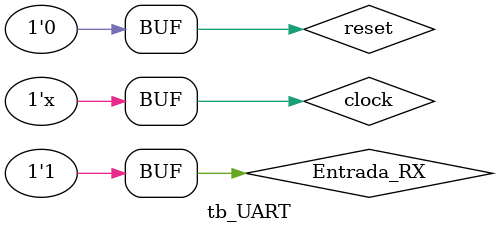
<source format=v>
`timescale 1ns / 1ps

module tb_UART();
/*#( 
    parameter ancho_dato = 8,
    parameter BAUD_RATE = 19200, //velocidad tipica 
    parameter FREC_CLOCK_MHZ = 50
);*/

    //Parametros
    localparam ancho_dato = 8;
    localparam BAUD_RATE = 19200; //velocidad tipica 
    localparam FREC_CLOCK_MHZ = 50;

    // Inputs
	reg clock;
	reg Entrada_RX;
	reg reset;

	// Outputs
	wire Salida_TX;
	
	/// instaciando el modulo UART
	moduloUART
	#(
	.ancho_dato(ancho_dato),
    .BAUD_RATE(BAUD_RATE), //velocidad tipica 
    .FREC_CLOCK_MHZ(FREC_CLOCK_MHZ)
	)
	UART_test
	 (
		 /*-----Entradas al modulo-----*/
        .clk(clock),
        .reset(reset),
        .Entrada_RX(Entrada_RX),
    
        /*-----Salidas al modulo-----*/	
        .Salida_TX(Salida_TX)
	);
	

	initial begin
	// Initialize Inputs
		clock = 0;
		reset = 1;
		Entrada_RX =1;
		#10000
		reset = 0;
		#10000;
		
      /*-------------------------------------------------------------*/
		//DATO A = 1010 1011 (hex = AB)
		Entrada_RX=0; //S bit de start
		#52180
		
			Entrada_RX=1;	//BIT 7 -- MSB
		#52180
			Entrada_RX=0;	//BIT 6
		#52180
			Entrada_RX=1;	//BIT 5
		#52180
			Entrada_RX=0;	//BIT 4
		#52180
			Entrada_RX=1;	//BIT 3
		#52180
			Entrada_RX=0;	//BIT 2
		#52180
			Entrada_RX=1;	//BIT 1
		#52180
			Entrada_RX=1; //BIT 0 -- LSB
			
		#52180
			Entrada_RX=1;	//P bit de stop
			
	/*-------------------------------------------------------------*/	
		#200000	// tiempo entre cada dato
	/*-------------------------------------------------------------*/
	
		//DATO B = 00010001 (hex = 11)
		Entrada_RX=0; //S bit de start
		#52180
		
			Entrada_RX=  0;	//BIT 7 -- MSB
		#52180
			Entrada_RX=  0;	//BIT 6
		#52180
			Entrada_RX=  0;	//BIT 5
		#52180
			Entrada_RX=  1;	//BIT 4
		#52180
			Entrada_RX=  0;	//BIT 3
		#52180
			Entrada_RX=  0;	//BIT 2
		#52180
			Entrada_RX=  0;	//BIT 1
		#52180
			Entrada_RX=  1; //BIT 0 -- LSB
			
		#52180
			Entrada_RX=1;	//P bit de stop
			
	/*-------------------------------------------------------------*/		
		#200000	// tiempo entre cada dato
	/*-------------------------------------------------------------*/	
	
		//OPERACION = 00100000 (hex = 20) --->ADD
		Entrada_RX=0; //S bit de start	
		#52180
		
			Entrada_RX=  0;	//BIT 7 -- MSB
		#52180
			Entrada_RX=  0;	//BIT 6
		#52180
			Entrada_RX=  1;	//BIT 5
		#52180
			Entrada_RX=  0;	//BIT 4
		#52180
			Entrada_RX=  0;	//BIT 3
		#52180
			Entrada_RX=  0;	//BIT 2
		#52180
			Entrada_RX=  0;	//BIT 1
		#52180
			Entrada_RX=  0; //BIT 0 -- LSB
			
		#52180
			Entrada_RX=  1;	//P bit de stop
    /*-------------------------------------------------------------*/
	end
	
	always begin //clock de la placa 100Mhz-> (#5)
		#10 clock=~clock; //50Mhz
	end
 
endmodule

</source>
